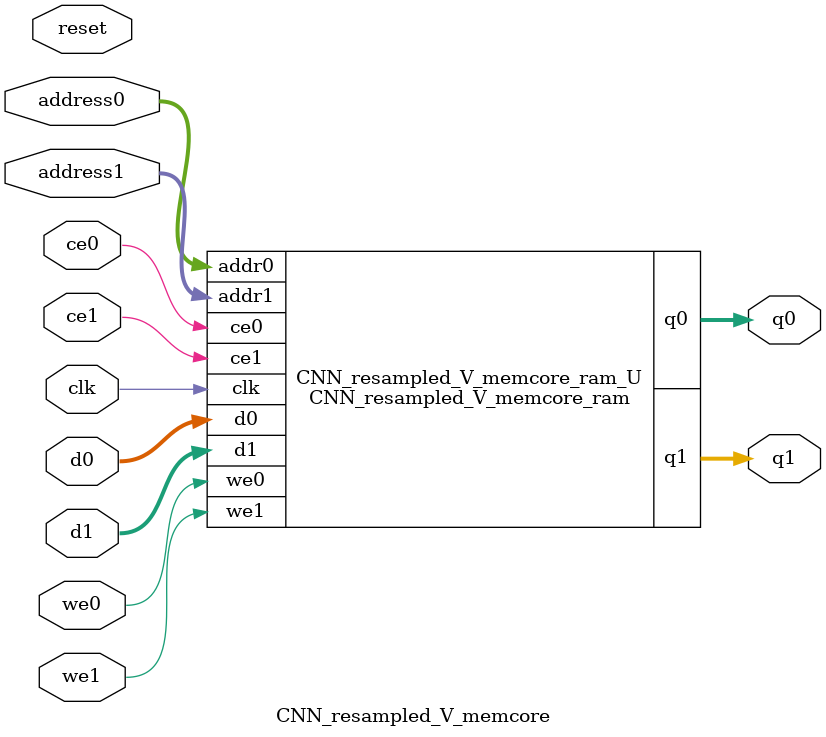
<source format=v>

`timescale 1 ns / 1 ps
module CNN_resampled_V_memcore_ram (addr0, ce0, d0, we0, q0, addr1, ce1, d1, we1, q1,  clk);

parameter DWIDTH = 18;
parameter AWIDTH = 14;
parameter MEM_SIZE = 14112;

input[AWIDTH-1:0] addr0;
input ce0;
input[DWIDTH-1:0] d0;
input we0;
output reg[DWIDTH-1:0] q0;
input[AWIDTH-1:0] addr1;
input ce1;
input[DWIDTH-1:0] d1;
input we1;
output reg[DWIDTH-1:0] q1;
input clk;

(* ram_style = "block" *)reg [DWIDTH-1:0] ram[0:MEM_SIZE-1];




always @(posedge clk)  
begin 
    if (ce0) 
    begin
        if (we0) 
        begin 
            ram[addr0] <= d0; 
            q0 <= d0;
        end 
        else 
            q0 <= ram[addr0];
    end
end


always @(posedge clk)  
begin 
    if (ce1) 
    begin
        if (we1) 
        begin 
            ram[addr1] <= d1; 
            q1 <= d1;
        end 
        else 
            q1 <= ram[addr1];
    end
end


endmodule


`timescale 1 ns / 1 ps
module CNN_resampled_V_memcore(
    reset,
    clk,
    address0,
    ce0,
    we0,
    d0,
    q0,
    address1,
    ce1,
    we1,
    d1,
    q1);

parameter DataWidth = 32'd18;
parameter AddressRange = 32'd14112;
parameter AddressWidth = 32'd14;
input reset;
input clk;
input[AddressWidth - 1:0] address0;
input ce0;
input we0;
input[DataWidth - 1:0] d0;
output[DataWidth - 1:0] q0;
input[AddressWidth - 1:0] address1;
input ce1;
input we1;
input[DataWidth - 1:0] d1;
output[DataWidth - 1:0] q1;



CNN_resampled_V_memcore_ram CNN_resampled_V_memcore_ram_U(
    .clk( clk ),
    .addr0( address0 ),
    .ce0( ce0 ),
    .we0( we0 ),
    .d0( d0 ),
    .q0( q0 ),
    .addr1( address1 ),
    .ce1( ce1 ),
    .we1( we1 ),
    .d1( d1 ),
    .q1( q1 ));

endmodule


</source>
